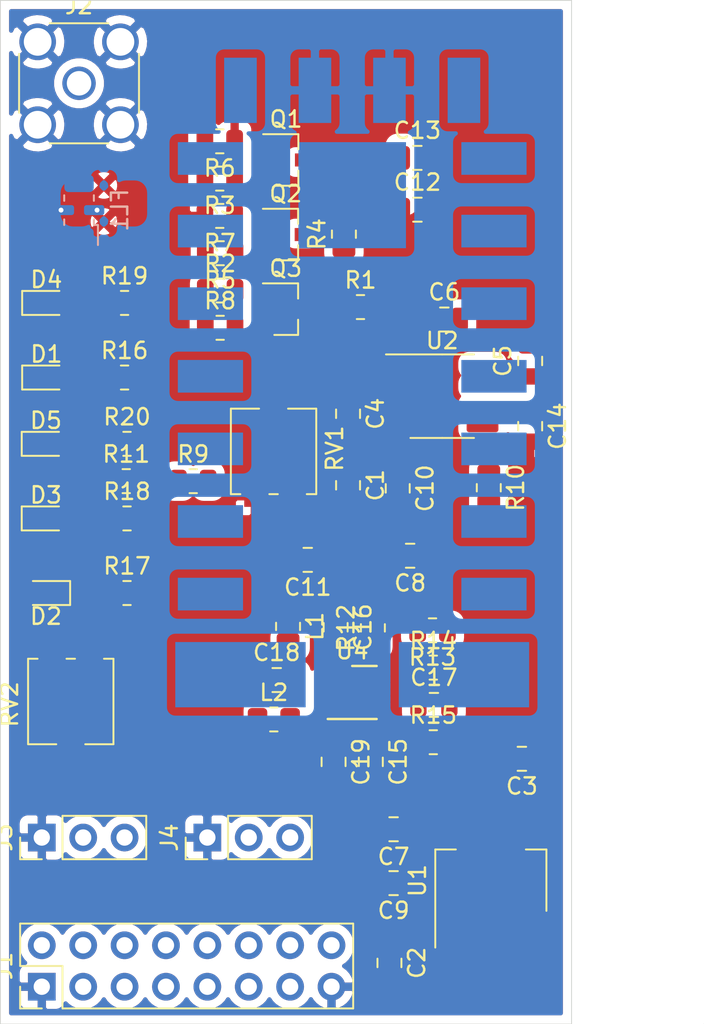
<source format=kicad_pcb>
(kicad_pcb (version 20171130) (host pcbnew "(5.1.9)-1")
  (title_block (title "TRX Module Board") (date 2021-12-18) (rev "V 1.0") (company digitalwire.ch))
  (layers (0 Front signal) (1 In1.Cu signal hide) (2 In2.Cu signal hide) (31 Back signal hide) (34 B.Paste user hide) (35 F.Paste user hide) (36 B.SilkS user hide) (37 F.SilkS user hide) (38 B.Mask user hide) (39 F.Mask user hide) (44 Edge.Cuts user))
  (net 0 "")
  (net 1 /AF_TRX)
  (net 2 "Net-(C1-Pad2)")
  (net 3 VCC)
  (net 4 GND)
  (net 5 "Net-(C4-Pad1)")
  (net 6 "Net-(C5-Pad1)")
  (net 7 "Net-(C6-Pad1)")
  (net 8 "Net-(C6-Pad2)")
  (net 9 +3V3)
  (net 10 "Net-(C8-Pad1)")
  (net 11 "Net-(C10-Pad1)")
  (net 12 /SPKR)
  (net 13 "Net-(C15-Pad1)")
  (net 14 "Net-(C15-Pad2)")
  (net 15 "Net-(C16-Pad2)")
  (net 16 "Net-(C17-Pad1)")
  (net 17 "Net-(C18-Pad1)")
  (net 18 "Net-(C19-Pad1)")
  (net 19 /MIC_TRX)
  (net 20 "Net-(FL1-Pad1)")
  (net 21 "Net-(FL1-Pad3)")
  (net 22 /MIC)
  (net 23 /-PTT)
  (net 24 /MIC_AR)
  (net 25 /MIC_GAIN)
  (net 26 /*PTT)
  (net 27 /*TXD)
  (net 28 /*RFPWR)
  (net 29 /*RXD)
  (net 30 /*SLEEP)
  (net 31 "Net-(Q1-Pad3)")
  (net 32 "Net-(Q1-Pad1)")
  (net 33 "Net-(Q2-Pad1)")
  (net 34 /-SLEEP)
  (net 35 "Net-(Q3-Pad1)")
  (net 36 "Net-(R12-Pad1)")
  (net 37 "Net-(R13-Pad1)")
  (net 38 "Net-(R15-Pad1)")
  (net 39 "Net-(U3-Pad4)")
  (net 40 "Net-(U3-Pad2)")
  (net 41 /SQ)
  (net 42 "Net-(U3-Pad13)")
  (net 43 "Net-(U3-Pad14)")
  (net 44 "Net-(U3-Pad15)")
  (net 45 "Net-(U3-Pad11)")
  (net 46 "Net-(C16-Pad1)")
  (net 47 "Net-(L2-Pad2)")
  (net 48 "Net-(D1-Pad2)")
  (net 49 "Net-(D2-Pad2)")
  (net 50 "Net-(D3-Pad2)")
  (net 51 "Net-(D4-Pad2)")
  (net 52 "Net-(D5-Pad2)")
  (net 53 /RXD)
  (module Capacitor_SMD:C_0805_2012Metric (layer Front) (at 126.746 93.98 270)
    (fp_text reference C1 (at 0 -1.68 90) (layer F.SilkS))
    (fp_text value 1uF)
    (fp_line (start -0.261252 -0.735) (end 0.261252 -0.735) (layer F.SilkS) (width 0.12))
    (fp_line (start -0.261252 0.735) (end 0.261252 0.735) (layer F.SilkS) (width 0.12))
    (pad 1 smd roundrect (at -0.95 0 270) (size 1 1.45) (layers Front F.Paste F.Mask) (net 1 /AF_TRX))
    (pad 2 smd roundrect (at 0.95 0 270) (size 1 1.45) (layers Front F.Paste F.Mask) (net 2 "Net-(C1-Pad2)"))
  )
  (module Capacitor_SMD:C_0805_2012Metric (layer Front) (at 129.286 123.256 270)
    (fp_text reference C2 (at 0 -1.68 90) (layer F.SilkS))
    (fp_text value 10uF)
    (fp_line (start -0.261252 -0.735) (end 0.261252 -0.735) (layer F.SilkS) (width 0.12))
    (fp_line (start -0.261252 0.735) (end 0.261252 0.735) (layer F.SilkS) (width 0.12))
    (pad 1 smd roundrect (at -0.95 0 270) (size 1 1.45) (layers Front F.Paste F.Mask) (net 3 VCC))
    (pad 2 smd roundrect (at 0.95 0 270) (size 1 1.45) (layers Front F.Paste F.Mask) (net 4 GND))
  )
  (module Capacitor_SMD:C_0805_2012Metric (layer Front) (at 137.414 110.744 180)
    (fp_text reference C3 (at 0 -1.68) (layer F.SilkS))
    (fp_text value 100nF)
    (fp_line (start -0.261252 -0.735) (end 0.261252 -0.735) (layer F.SilkS) (width 0.12))
    (fp_line (start -0.261252 0.735) (end 0.261252 0.735) (layer F.SilkS) (width 0.12))
    (pad 1 smd roundrect (at -0.95 0 180) (size 1 1.45) (layers Front F.Paste F.Mask) (net 3 VCC))
    (pad 2 smd roundrect (at 0.95 0 180) (size 1 1.45) (layers Front F.Paste F.Mask) (net 4 GND))
  )
  (module Capacitor_SMD:C_0805_2012Metric (layer Front) (at 126.746 89.596 270)
    (fp_text reference C4 (at 0 -1.68 90) (layer F.SilkS))
    (fp_text value 1nF)
    (fp_line (start -0.261252 -0.735) (end 0.261252 -0.735) (layer F.SilkS) (width 0.12))
    (fp_line (start -0.261252 0.735) (end 0.261252 0.735) (layer F.SilkS) (width 0.12))
    (pad 1 smd roundrect (at -0.95 0 270) (size 1 1.45) (layers Front F.Paste F.Mask) (net 5 "Net-(C4-Pad1)"))
    (pad 2 smd roundrect (at 0.95 0 270) (size 1 1.45) (layers Front F.Paste F.Mask) (net 4 GND))
  )
  (module Capacitor_SMD:C_0805_2012Metric (layer Front) (at 137.922 86.36 90)
    (fp_text reference C5 (at 0 -1.68 90) (layer F.SilkS))
    (fp_text value 10uF)
    (fp_line (start -0.261252 0.735) (end 0.261252 0.735) (layer F.SilkS) (width 0.12))
    (fp_line (start -0.261252 -0.735) (end 0.261252 -0.735) (layer F.SilkS) (width 0.12))
    (pad 2 smd roundrect (at 0.95 0 90) (size 1 1.45) (layers Front F.Paste F.Mask) (net 4 GND))
    (pad 1 smd roundrect (at -0.95 0 90) (size 1 1.45) (layers Front F.Paste F.Mask) (net 6 "Net-(C5-Pad1)"))
  )
  (module Capacitor_SMD:C_0805_2012Metric (layer Front) (at 132.654 83.82)
    (fp_text reference C6 (at 0 -1.68) (layer F.SilkS))
    (fp_text value 1uF)
    (fp_line (start -0.261252 -0.735) (end 0.261252 -0.735) (layer F.SilkS) (width 0.12))
    (fp_line (start -0.261252 0.735) (end 0.261252 0.735) (layer F.SilkS) (width 0.12))
    (pad 1 smd roundrect (at -0.95 0) (size 1 1.45) (layers Front F.Paste F.Mask) (net 7 "Net-(C6-Pad1)"))
    (pad 2 smd roundrect (at 0.95 0) (size 1 1.45) (layers Front F.Paste F.Mask) (net 8 "Net-(C6-Pad2)"))
  )
  (module Capacitor_SMD:C_0805_2012Metric (layer Front) (at 129.54 115.062 180)
    (fp_text reference C7 (at 0 -1.68) (layer F.SilkS))
    (fp_text value 10uF)
    (fp_line (start -0.261252 0.735) (end 0.261252 0.735) (layer F.SilkS) (width 0.12))
    (fp_line (start -0.261252 -0.735) (end 0.261252 -0.735) (layer F.SilkS) (width 0.12))
    (pad 2 smd roundrect (at 0.95 0 180) (size 1 1.45) (layers Front F.Paste F.Mask) (net 4 GND))
    (pad 1 smd roundrect (at -0.95 0 180) (size 1 1.45) (layers Front F.Paste F.Mask) (net 9 +3V3))
  )
  (module Capacitor_SMD:C_0805_2012Metric (layer Front) (at 130.556 98.298 180)
    (fp_text reference C8 (at 0 -1.68) (layer F.SilkS))
    (fp_text value 47nF)
    (fp_line (start -0.261252 0.735) (end 0.261252 0.735) (layer F.SilkS) (width 0.12))
    (fp_line (start -0.261252 -0.735) (end 0.261252 -0.735) (layer F.SilkS) (width 0.12))
    (pad 2 smd roundrect (at 0.95 0 180) (size 1 1.45) (layers Front F.Paste F.Mask) (net 4 GND))
    (pad 1 smd roundrect (at -0.95 0 180) (size 1 1.45) (layers Front F.Paste F.Mask) (net 10 "Net-(C8-Pad1)"))
  )
  (module Capacitor_SMD:C_0805_2012Metric (layer Front) (at 129.54 118.364 180)
    (fp_text reference C9 (at 0 -1.68) (layer F.SilkS))
    (fp_text value 100nF)
    (fp_line (start -0.261252 0.735) (end 0.261252 0.735) (layer F.SilkS) (width 0.12))
    (fp_line (start -0.261252 -0.735) (end 0.261252 -0.735) (layer F.SilkS) (width 0.12))
    (pad 2 smd roundrect (at 0.95 0 180) (size 1 1.45) (layers Front F.Paste F.Mask) (net 4 GND))
    (pad 1 smd roundrect (at -0.95 0 180) (size 1 1.45) (layers Front F.Paste F.Mask) (net 9 +3V3))
  )
  (module Capacitor_SMD:C_0805_2012Metric (layer Front) (at 129.794 94.168 270)
    (fp_text reference C10 (at 0 -1.68 90) (layer F.SilkS))
    (fp_text value 1uF)
    (fp_line (start -0.261252 -0.735) (end 0.261252 -0.735) (layer F.SilkS) (width 0.12))
    (fp_line (start -0.261252 0.735) (end 0.261252 0.735) (layer F.SilkS) (width 0.12))
    (pad 1 smd roundrect (at -0.95 0 270) (size 1 1.45) (layers Front F.Paste F.Mask) (net 11 "Net-(C10-Pad1)"))
    (pad 2 smd roundrect (at 0.95 0 270) (size 1 1.45) (layers Front F.Paste F.Mask) (net 12 /SPKR))
  )
  (module Capacitor_SMD:C_0805_2012Metric (layer Front) (at 124.272 98.552 180)
    (fp_text reference C11 (at 0 -1.68) (layer F.SilkS))
    (fp_text value 1uF)
    (fp_line (start -0.261252 -0.735) (end 0.261252 -0.735) (layer F.SilkS) (width 0.12))
    (fp_line (start -0.261252 0.735) (end 0.261252 0.735) (layer F.SilkS) (width 0.12))
    (pad 1 smd roundrect (at -0.95 0 180) (size 1 1.45) (layers Front F.Paste F.Mask) (net 9 +3V3))
    (pad 2 smd roundrect (at 0.95 0 180) (size 1 1.45) (layers Front F.Paste F.Mask) (net 4 GND))
  )
  (module Capacitor_SMD:C_0805_2012Metric (layer Front) (at 131.003 77.089)
    (fp_text reference C12 (at 0 -1.68) (layer F.SilkS))
    (fp_text value 10uF)
    (fp_line (start -0.261252 0.735) (end 0.261252 0.735) (layer F.SilkS) (width 0.12))
    (fp_line (start -0.261252 -0.735) (end 0.261252 -0.735) (layer F.SilkS) (width 0.12))
    (pad 2 smd roundrect (at 0.95 0) (size 1 1.45) (layers Front F.Paste F.Mask) (net 4 GND))
    (pad 1 smd roundrect (at -0.95 0) (size 1 1.45) (layers Front F.Paste F.Mask) (net 9 +3V3))
  )
  (module Capacitor_SMD:C_0805_2012Metric (layer Front) (at 130.998 73.914)
    (fp_text reference C13 (at 0 -1.68) (layer F.SilkS))
    (fp_text value 100nF)
    (fp_line (start -0.261252 0.735) (end 0.261252 0.735) (layer F.SilkS) (width 0.12))
    (fp_line (start -0.261252 -0.735) (end 0.261252 -0.735) (layer F.SilkS) (width 0.12))
    (pad 2 smd roundrect (at 0.95 0) (size 1 1.45) (layers Front F.Paste F.Mask) (net 4 GND))
    (pad 1 smd roundrect (at -0.95 0) (size 1 1.45) (layers Front F.Paste F.Mask) (net 9 +3V3))
  )
  (module Capacitor_SMD:C_0805_2012Metric (layer Front) (at 137.922 90.358 270)
    (fp_text reference C14 (at 0 -1.68 90) (layer F.SilkS))
    (fp_text value 10uF)
    (fp_line (start -0.261252 0.735) (end 0.261252 0.735) (layer F.SilkS) (width 0.12))
    (fp_line (start -0.261252 -0.735) (end 0.261252 -0.735) (layer F.SilkS) (width 0.12))
    (pad 2 smd roundrect (at 0.95 0 270) (size 1 1.45) (layers Front F.Paste F.Mask) (net 4 GND))
    (pad 1 smd roundrect (at -0.95 0 270) (size 1 1.45) (layers Front F.Paste F.Mask) (net 3 VCC))
  )
  (module Capacitor_SMD:C_0805_2012Metric (layer Front) (at 128.143 110.932 270)
    (fp_text reference C15 (at 0 -1.68 90) (layer F.SilkS))
    (fp_text value 100nF)
    (fp_line (start -0.261252 -0.735) (end 0.261252 -0.735) (layer F.SilkS) (width 0.12))
    (fp_line (start -0.261252 0.735) (end 0.261252 0.735) (layer F.SilkS) (width 0.12))
    (pad 1 smd roundrect (at -0.95 0 270) (size 1 1.45) (layers Front F.Paste F.Mask) (net 13 "Net-(C15-Pad1)"))
    (pad 2 smd roundrect (at 0.95 0 270) (size 1 1.45) (layers Front F.Paste F.Mask) (net 14 "Net-(C15-Pad2)"))
  )
  (module Capacitor_SMD:C_0805_2012Metric (layer Front) (at 125.984 102.682 270)
    (fp_text reference C16 (at 0 -1.68 90) (layer F.SilkS))
    (fp_text value 100nF)
    (fp_line (start -0.261252 0.735) (end 0.261252 0.735) (layer F.SilkS) (width 0.12))
    (fp_line (start -0.261252 -0.735) (end 0.261252 -0.735) (layer F.SilkS) (width 0.12))
    (pad 2 smd roundrect (at 0.95 0 270) (size 1 1.45) (layers Front F.Paste F.Mask) (net 15 "Net-(C16-Pad2)"))
    (pad 1 smd roundrect (at -0.95 0 270) (size 1 1.45) (layers Front F.Paste F.Mask) (net 46 "Net-(C16-Pad1)"))
  )
  (module Capacitor_SMD:C_0805_2012Metric (layer Front) (at 132.014 107.442)
    (fp_text reference C17 (at 0 -1.68) (layer F.SilkS))
    (fp_text value 470nF)
    (fp_line (start -0.261252 -0.735) (end 0.261252 -0.735) (layer F.SilkS) (width 0.12))
    (fp_line (start -0.261252 0.735) (end 0.261252 0.735) (layer F.SilkS) (width 0.12))
    (pad 1 smd roundrect (at -0.95 0) (size 1 1.45) (layers Front F.Paste F.Mask) (net 16 "Net-(C17-Pad1)"))
    (pad 2 smd roundrect (at 0.95 0) (size 1 1.45) (layers Front F.Paste F.Mask) (net 46 "Net-(C16-Pad1)"))
  )
  (module Capacitor_SMD:C_0805_2012Metric (layer Front) (at 122.367 105.918)
    (fp_text reference C18 (at 0 -1.68) (layer F.SilkS))
    (fp_text value 2.2uF)
    (fp_line (start -0.261252 0.735) (end 0.261252 0.735) (layer F.SilkS) (width 0.12))
    (fp_line (start -0.261252 -0.735) (end 0.261252 -0.735) (layer F.SilkS) (width 0.12))
    (pad 2 smd roundrect (at 0.95 0) (size 1 1.45) (layers Front F.Paste F.Mask) (net 46 "Net-(C16-Pad1)"))
    (pad 1 smd roundrect (at -0.95 0) (size 1 1.45) (layers Front F.Paste F.Mask) (net 17 "Net-(C18-Pad1)"))
  )
  (module Capacitor_SMD:C_0805_2012Metric (layer Front) (at 125.857 110.932 270)
    (fp_text reference C19 (at 0 -1.68 90) (layer F.SilkS))
    (fp_text value 1uF)
    (fp_line (start -0.261252 -0.735) (end 0.261252 -0.735) (layer F.SilkS) (width 0.12))
    (fp_line (start -0.261252 0.735) (end 0.261252 0.735) (layer F.SilkS) (width 0.12))
    (pad 1 smd roundrect (at -0.95 0 270) (size 1 1.45) (layers Front F.Paste F.Mask) (net 18 "Net-(C19-Pad1)"))
    (pad 2 smd roundrect (at 0.95 0 270) (size 1 1.45) (layers Front F.Paste F.Mask) (net 19 /MIC_TRX))
  )
  (module Filter:Filter_Mini-Circuits_FV1206 (layer Back) (at 110.236 77.115 90)
    (fp_text reference FL1 (at 0 2.5 270) (layer B.SilkS) (effects (justify mirror)))
    (fp_text value LFCN-160)
    (fp_line (start 0.57 0.91) (end 0.91 0.91) (layer B.SilkS) (width 0.12))
    (fp_line (start 0.57 -0.91) (end 0.91 -0.91) (layer B.SilkS) (width 0.12))
    (fp_line (start -0.91 0.91) (end -0.57 0.91) (layer B.SilkS) (width 0.12))
    (fp_line (start -0.91 -0.91) (end -0.57 -0.91) (layer B.SilkS) (width 0.12))
    (fp_line (start -0.91 0.91) (end -0.91 1.16) (layer B.SilkS) (width 0.12))
    (fp_line (start -0.91 1.16) (end -2.14 1.16) (layer B.SilkS) (width 0.12))
    (pad 1 smd roundrect (at -1.625 0 90) (size 1.04 1.8) (layers Back B.Paste B.Mask) (roundrect_rratio 0.24) (net 20 "Net-(FL1-Pad1)"))
    (pad 3 smd roundrect (at 1.625 0 90) (size 1.04 1.8) (layers Back B.Paste B.Mask) (roundrect_rratio 0.24) (net 21 "Net-(FL1-Pad3)"))
    (pad 2 smd roundrect (at 0 -0.9275 90) (size 0.61 1.245) (layers Back B.Paste B.Mask) (net 4 GND))
    (pad 4 smd roundrect (at 0 0.9275 90) (size 0.61 1.245) (layers Back B.Paste B.Mask) (net 4 GND))
    (pad 2 thru_hole circle (at 0 -1.105 90) (size 0.61 0.61) (drill 0.3) (layers *.Cu *.Mask) (net 4 GND))
    (pad 4 thru_hole circle (at 0 1.105 90) (size 0.61 0.61) (drill 0.3) (layers *.Cu *.Mask) (net 4 GND))
  )
  (module Connector_PinHeader_2.54mm:PinHeader_2x08_P2.54mm_Vertical (layer Front) (at 107.95 124.714 90)
    (fp_text reference J1 (at 1.27 -2.33 90) (layer F.SilkS))
    (fp_text value Conn_02x08_Odd_Even)
    (fp_line (start -1.33 19.11) (end 3.87 19.11) (layer F.SilkS) (width 0.12))
    (fp_line (start -1.33 1.27) (end -1.33 19.11) (layer F.SilkS) (width 0.12))
    (fp_line (start 3.87 -1.33) (end 3.87 19.11) (layer F.SilkS) (width 0.12))
    (fp_line (start -1.33 1.27) (end 1.27 1.27) (layer F.SilkS) (width 0.12))
    (fp_line (start 1.27 1.27) (end 1.27 -1.33) (layer F.SilkS) (width 0.12))
    (fp_line (start 1.27 -1.33) (end 3.87 -1.33) (layer F.SilkS) (width 0.12))
    (fp_line (start -1.33 0) (end -1.33 -1.33) (layer F.SilkS) (width 0.12))
    (fp_line (start -1.33 -1.33) (end 0 -1.33) (layer F.SilkS) (width 0.12))
    (pad 1 thru_hole rect (at 0 0 90) (size 1.7 1.7) (drill 1) (layers *.Cu *.Mask) (net 4 GND))
    (pad 2 thru_hole oval (at 2.54 0 90) (size 1.7 1.7) (drill 1) (layers *.Cu *.Mask) (net 22 /MIC))
    (pad 3 thru_hole oval (at 0 2.54 90) (size 1.7 1.7) (drill 1) (layers *.Cu *.Mask) (net 12 /SPKR))
    (pad 4 thru_hole oval (at 2.54 2.54 90) (size 1.7 1.7) (drill 1) (layers *.Cu *.Mask) (net 23 /-PTT))
    (pad 5 thru_hole oval (at 0 5.08 90) (size 1.7 1.7) (drill 1) (layers *.Cu *.Mask) (net 24 /MIC_AR))
    (pad 6 thru_hole oval (at 2.54 5.08 90) (size 1.7 1.7) (drill 1) (layers *.Cu *.Mask) (net 19 /MIC_TRX))
    (pad 7 thru_hole oval (at 0 7.62 90) (size 1.7 1.7) (drill 1) (layers *.Cu *.Mask) (net 25 /MIC_GAIN))
    (pad 8 thru_hole oval (at 2.54 7.62 90) (size 1.7 1.7) (drill 1) (layers *.Cu *.Mask) (net 9 +3V3))
    (pad 9 thru_hole oval (at 0 10.16 90) (size 1.7 1.7) (drill 1) (layers *.Cu *.Mask) (net 26 /*PTT))
    (pad 10 thru_hole oval (at 2.54 10.16 90) (size 1.7 1.7) (drill 1) (layers *.Cu *.Mask) (net 27 /*TXD))
    (pad 11 thru_hole oval (at 0 12.7 90) (size 1.7 1.7) (drill 1) (layers *.Cu *.Mask) (net 28 /*RFPWR))
    (pad 12 thru_hole oval (at 2.54 12.7 90) (size 1.7 1.7) (drill 1) (layers *.Cu *.Mask) (net 29 /*RXD))
    (pad 13 thru_hole oval (at 0 15.24 90) (size 1.7 1.7) (drill 1) (layers *.Cu *.Mask) (net 41 /SQ))
    (pad 14 thru_hole oval (at 2.54 15.24 90) (size 1.7 1.7) (drill 1) (layers *.Cu *.Mask) (net 30 /*SLEEP))
    (pad 15 thru_hole oval (at 0 17.78 90) (size 1.7 1.7) (drill 1) (layers *.Cu *.Mask) (net 4 GND))
    (pad 16 thru_hole oval (at 2.54 17.78 90) (size 1.7 1.7) (drill 1) (layers *.Cu *.Mask) (net 3 VCC))
  )
  (module Connector_Coaxial:SMA_Amphenol_132134-16_Vertical (layer Front) (at 110.236 69.342)
    (fp_text reference J2 (at 0 -4.75) (layer F.SilkS))
    (fp_text value SMA)
    (fp_line (start -3.68 -1.8) (end -3.68 1.8) (layer F.SilkS) (width 0.12))
    (fp_line (start 3.68 -1.8) (end 3.68 1.8) (layer F.SilkS) (width 0.12))
    (fp_line (start -1.8 3.68) (end 1.8 3.68) (layer F.SilkS) (width 0.12))
    (fp_line (start -1.8 -3.68) (end 1.8 -3.68) (layer F.SilkS) (width 0.12))
    (pad 1 thru_hole circle (at 0 0) (size 2.05 2.05) (drill 1.5) (layers *.Cu *.Mask) (net 21 "Net-(FL1-Pad3)"))
    (pad 2 thru_hole circle (at 2.54 2.54) (size 2.25 2.25) (drill 1.7) (layers *.Cu *.Mask) (net 4 GND))
    (pad 2 thru_hole circle (at 2.54 -2.54) (size 2.25 2.25) (drill 1.7) (layers *.Cu *.Mask) (net 4 GND))
    (pad 2 thru_hole circle (at -2.54 -2.54) (size 2.25 2.25) (drill 1.7) (layers *.Cu *.Mask) (net 4 GND))
    (pad 2 thru_hole circle (at -2.54 2.54) (size 2.25 2.25) (drill 1.7) (layers *.Cu *.Mask) (net 4 GND))
  )
  (module Connector_PinHeader_2.54mm:PinHeader_1x03_P2.54mm_Vertical (layer Front) (at 107.95 115.57 90)
    (fp_text reference J3 (at 0 -2.33 90) (layer F.SilkS))
    (fp_text value Conn_01x03)
    (fp_line (start -1.33 6.41) (end 1.33 6.41) (layer F.SilkS) (width 0.12))
    (fp_line (start -1.33 1.27) (end -1.33 6.41) (layer F.SilkS) (width 0.12))
    (fp_line (start 1.33 1.27) (end 1.33 6.41) (layer F.SilkS) (width 0.12))
    (fp_line (start -1.33 1.27) (end 1.33 1.27) (layer F.SilkS) (width 0.12))
    (fp_line (start -1.33 0) (end -1.33 -1.33) (layer F.SilkS) (width 0.12))
    (fp_line (start -1.33 -1.33) (end 0 -1.33) (layer F.SilkS) (width 0.12))
    (pad 1 thru_hole rect (at 0 0 90) (size 1.7 1.7) (drill 1) (layers *.Cu *.Mask) (net 4 GND))
    (pad 2 thru_hole oval (at 0 2.54 90) (size 1.7 1.7) (drill 1) (layers *.Cu *.Mask) (net 25 /MIC_GAIN))
    (pad 3 thru_hole oval (at 0 5.08 90) (size 1.7 1.7) (drill 1) (layers *.Cu *.Mask) (net 9 +3V3))
  )
  (module Package_TO_SOT_SMD:SOT-23 (layer Front) (at 122.936 74.041)
    (fp_text reference Q1 (at 0 -2.5) (layer F.SilkS))
    (fp_text value BSN20)
    (fp_line (start 0.76 1.58) (end -0.7 1.58) (layer F.SilkS) (width 0.12))
    (fp_line (start 0.76 -1.58) (end -1.4 -1.58) (layer F.SilkS) (width 0.12))
    (fp_line (start 0.76 -1.58) (end 0.76 -0.65) (layer F.SilkS) (width 0.12))
    (fp_line (start 0.76 1.58) (end 0.76 0.65) (layer F.SilkS) (width 0.12))
    (pad 3 smd rect (at 1 0) (size 0.9 0.8) (layers Front F.Paste F.Mask) (net 31 "Net-(Q1-Pad3)"))
    (pad 2 smd rect (at -1 0.95) (size 0.9 0.8) (layers Front F.Paste F.Mask) (net 4 GND))
    (pad 1 smd rect (at -1 -0.95) (size 0.9 0.8) (layers Front F.Paste F.Mask) (net 32 "Net-(Q1-Pad1)"))
  )
  (module Package_TO_SOT_SMD:SOT-23 (layer Front) (at 122.92 78.613)
    (fp_text reference Q2 (at 0 -2.5) (layer F.SilkS))
    (fp_text value BSN20)
    (fp_line (start 0.76 1.58) (end 0.76 0.65) (layer F.SilkS) (width 0.12))
    (fp_line (start 0.76 -1.58) (end 0.76 -0.65) (layer F.SilkS) (width 0.12))
    (fp_line (start 0.76 -1.58) (end -1.4 -1.58) (layer F.SilkS) (width 0.12))
    (fp_line (start 0.76 1.58) (end -0.7 1.58) (layer F.SilkS) (width 0.12))
    (pad 1 smd rect (at -1 -0.95) (size 0.9 0.8) (layers Front F.Paste F.Mask) (net 33 "Net-(Q2-Pad1)"))
    (pad 2 smd rect (at -1 0.95) (size 0.9 0.8) (layers Front F.Paste F.Mask) (net 4 GND))
    (pad 3 smd rect (at 1 0) (size 0.9 0.8) (layers Front F.Paste F.Mask) (net 34 /-SLEEP))
  )
  (module Package_TO_SOT_SMD:SOT-23 (layer Front) (at 122.92 83.185)
    (fp_text reference Q3 (at 0 -2.5) (layer F.SilkS))
    (fp_text value BSN20)
    (fp_line (start 0.76 1.58) (end 0.76 0.65) (layer F.SilkS) (width 0.12))
    (fp_line (start 0.76 -1.58) (end 0.76 -0.65) (layer F.SilkS) (width 0.12))
    (fp_line (start 0.76 -1.58) (end -1.4 -1.58) (layer F.SilkS) (width 0.12))
    (fp_line (start 0.76 1.58) (end -0.7 1.58) (layer F.SilkS) (width 0.12))
    (pad 1 smd rect (at -1 -0.95) (size 0.9 0.8) (layers Front F.Paste F.Mask) (net 35 "Net-(Q3-Pad1)"))
    (pad 2 smd rect (at -1 0.95) (size 0.9 0.8) (layers Front F.Paste F.Mask) (net 4 GND))
    (pad 3 smd rect (at 1 0) (size 0.9 0.8) (layers Front F.Paste F.Mask) (net 23 /-PTT))
  )
  (module Resistor_SMD:R_0805_2012Metric (layer Front) (at 127.508 83.058)
    (fp_text reference R1 (at 0 -1.65) (layer F.SilkS))
    (fp_text value 10k)
    (fp_line (start -0.227064 -0.735) (end 0.227064 -0.735) (layer F.SilkS) (width 0.12))
    (fp_line (start -0.227064 0.735) (end 0.227064 0.735) (layer F.SilkS) (width 0.12))
    (pad 1 smd roundrect (at -0.9125 0) (size 1.025 1.4) (layers Front F.Paste F.Mask) (roundrect_rratio 0.243902) (net 9 +3V3))
    (pad 2 smd roundrect (at 0.9125 0) (size 1.025 1.4) (layers Front F.Paste F.Mask) (roundrect_rratio 0.243902) (net 23 /-PTT))
  )
  (module Resistor_SMD:R_0805_2012Metric (layer Front) (at 118.8955 82.042)
    (fp_text reference R2 (at 0 -1.65) (layer F.SilkS))
    (fp_text value 100R)
    (fp_line (start -0.227064 -0.735) (end 0.227064 -0.735) (layer F.SilkS) (width 0.12))
    (fp_line (start -0.227064 0.735) (end 0.227064 0.735) (layer F.SilkS) (width 0.12))
    (pad 1 smd roundrect (at -0.9125 0) (size 1.025 1.4) (layers Front F.Paste F.Mask) (roundrect_rratio 0.243902) (net 35 "Net-(Q3-Pad1)"))
    (pad 2 smd roundrect (at 0.9125 0) (size 1.025 1.4) (layers Front F.Paste F.Mask) (roundrect_rratio 0.243902) (net 26 /*PTT))
  )
  (module Resistor_SMD:R_0805_2012Metric (layer Front) (at 118.872 75.184 180)
    (fp_text reference R3 (at 0 -1.65) (layer F.SilkS))
    (fp_text value 100R)
    (fp_line (start -0.227064 0.735) (end 0.227064 0.735) (layer F.SilkS) (width 0.12))
    (fp_line (start -0.227064 -0.735) (end 0.227064 -0.735) (layer F.SilkS) (width 0.12))
    (pad 2 smd roundrect (at 0.9125 0 180) (size 1.025 1.4) (layers Front F.Paste F.Mask) (roundrect_rratio 0.243902) (net 28 /*RFPWR))
    (pad 1 smd roundrect (at -0.9125 0 180) (size 1.025 1.4) (layers Front F.Paste F.Mask) (roundrect_rratio 0.243902) (net 32 "Net-(Q1-Pad1)"))
  )
  (module Resistor_SMD:R_0805_2012Metric (layer Front) (at 126.492 78.5895 90)
    (fp_text reference R4 (at 0 -1.65 90) (layer F.SilkS))
    (fp_text value 10k)
    (fp_line (start -0.227064 0.735) (end 0.227064 0.735) (layer F.SilkS) (width 0.12))
    (fp_line (start -0.227064 -0.735) (end 0.227064 -0.735) (layer F.SilkS) (width 0.12))
    (pad 2 smd roundrect (at 0.9125 0 90) (size 1.025 1.4) (layers Front F.Paste F.Mask) (roundrect_rratio 0.243902) (net 9 +3V3))
    (pad 1 smd roundrect (at -0.9125 0 90) (size 1.025 1.4) (layers Front F.Paste F.Mask) (roundrect_rratio 0.243902) (net 34 /-SLEEP))
  )
  (module Resistor_SMD:R_0805_2012Metric (layer Front) (at 118.8955 79.756 180)
    (fp_text reference R5 (at 0 -1.65) (layer F.SilkS))
    (fp_text value 100R)
    (fp_line (start -0.227064 -0.735) (end 0.227064 -0.735) (layer F.SilkS) (width 0.12))
    (fp_line (start -0.227064 0.735) (end 0.227064 0.735) (layer F.SilkS) (width 0.12))
    (pad 1 smd roundrect (at -0.9125 0 180) (size 1.025 1.4) (layers Front F.Paste F.Mask) (roundrect_rratio 0.243902) (net 33 "Net-(Q2-Pad1)"))
    (pad 2 smd roundrect (at 0.9125 0 180) (size 1.025 1.4) (layers Front F.Paste F.Mask) (roundrect_rratio 0.243902) (net 30 /*SLEEP))
  )
  (module Resistor_SMD:R_0805_2012Metric (layer Front) (at 118.872 72.898 180)
    (fp_text reference R6 (at 0 -1.65) (layer F.SilkS))
    (fp_text value 4k7)
    (fp_line (start -0.227064 -0.735) (end 0.227064 -0.735) (layer F.SilkS) (width 0.12))
    (fp_line (start -0.227064 0.735) (end 0.227064 0.735) (layer F.SilkS) (width 0.12))
    (pad 1 smd roundrect (at -0.9125 0 180) (size 1.025 1.4) (layers Front F.Paste F.Mask) (roundrect_rratio 0.243902) (net 32 "Net-(Q1-Pad1)"))
    (pad 2 smd roundrect (at 0.9125 0 180) (size 1.025 1.4) (layers Front F.Paste F.Mask) (roundrect_rratio 0.243902) (net 4 GND))
  )
  (module Resistor_SMD:R_0805_2012Metric (layer Front) (at 118.872 77.47 180)
    (fp_text reference R7 (at 0 -1.65) (layer F.SilkS))
    (fp_text value 4k7)
    (fp_line (start -0.227064 0.735) (end 0.227064 0.735) (layer F.SilkS) (width 0.12))
    (fp_line (start -0.227064 -0.735) (end 0.227064 -0.735) (layer F.SilkS) (width 0.12))
    (pad 2 smd roundrect (at 0.9125 0 180) (size 1.025 1.4) (layers Front F.Paste F.Mask) (roundrect_rratio 0.243902) (net 4 GND))
    (pad 1 smd roundrect (at -0.9125 0 180) (size 1.025 1.4) (layers Front F.Paste F.Mask) (roundrect_rratio 0.243902) (net 33 "Net-(Q2-Pad1)"))
  )
  (module Resistor_SMD:R_0805_2012Metric (layer Front) (at 118.8955 84.328)
    (fp_text reference R8 (at 0 -1.65) (layer F.SilkS))
    (fp_text value 4k7)
    (fp_line (start -0.227064 0.735) (end 0.227064 0.735) (layer F.SilkS) (width 0.12))
    (fp_line (start -0.227064 -0.735) (end 0.227064 -0.735) (layer F.SilkS) (width 0.12))
    (pad 2 smd roundrect (at 0.9125 0) (size 1.025 1.4) (layers Front F.Paste F.Mask) (roundrect_rratio 0.243902) (net 4 GND))
    (pad 1 smd roundrect (at -0.9125 0) (size 1.025 1.4) (layers Front F.Paste F.Mask) (roundrect_rratio 0.243902) (net 35 "Net-(Q3-Pad1)"))
  )
  (module Resistor_SMD:R_0805_2012Metric (layer Front) (at 117.2445 93.726)
    (fp_text reference R9 (at 0 -1.65) (layer F.SilkS))
    (fp_text value 2k2)
    (fp_line (start -0.227064 0.735) (end 0.227064 0.735) (layer F.SilkS) (width 0.12))
    (fp_line (start -0.227064 -0.735) (end 0.227064 -0.735) (layer F.SilkS) (width 0.12))
    (pad 2 smd roundrect (at 0.9125 0) (size 1.025 1.4) (layers Front F.Paste F.Mask) (roundrect_rratio 0.243902) (net 29 /*RXD))
    (pad 1 smd roundrect (at -0.9125 0) (size 1.025 1.4) (layers Front F.Paste F.Mask) (roundrect_rratio 0.243902) (net 53 /RXD))
  )
  (module Resistor_SMD:R_0805_2012Metric (layer Front) (at 135.382 94.1305 270)
    (fp_text reference R10 (at 0 -1.65 90) (layer F.SilkS))
    (fp_text value 10R)
    (fp_line (start -0.227064 -0.735) (end 0.227064 -0.735) (layer F.SilkS) (width 0.12))
    (fp_line (start -0.227064 0.735) (end 0.227064 0.735) (layer F.SilkS) (width 0.12))
    (pad 1 smd roundrect (at -0.9125 0 270) (size 1.025 1.4) (layers Front F.Paste F.Mask) (roundrect_rratio 0.243902) (net 11 "Net-(C10-Pad1)"))
    (pad 2 smd roundrect (at 0.9125 0 270) (size 1.025 1.4) (layers Front F.Paste F.Mask) (roundrect_rratio 0.243902) (net 10 "Net-(C8-Pad1)"))
  )
  (module Resistor_SMD:R_0805_2012Metric (layer Front) (at 113.1335 93.726)
    (fp_text reference R11 (at 0 -1.65) (layer F.SilkS))
    (fp_text value 3k3)
    (fp_line (start -0.227064 -0.735) (end 0.227064 -0.735) (layer F.SilkS) (width 0.12))
    (fp_line (start -0.227064 0.735) (end 0.227064 0.735) (layer F.SilkS) (width 0.12))
    (pad 1 smd roundrect (at -0.9125 0) (size 1.025 1.4) (layers Front F.Paste F.Mask) (roundrect_rratio 0.243902) (net 4 GND))
    (pad 2 smd roundrect (at 0.9125 0) (size 1.025 1.4) (layers Front F.Paste F.Mask) (roundrect_rratio 0.243902) (net 53 /RXD))
  )
  (module Resistor_SMD:R_0805_2012Metric (layer Front) (at 128.27 102.7195 90)
    (fp_text reference R12 (at 0 -1.65 90) (layer F.SilkS))
    (fp_text value 100k)
    (fp_line (start -0.227064 -0.735) (end 0.227064 -0.735) (layer F.SilkS) (width 0.12))
    (fp_line (start -0.227064 0.735) (end 0.227064 0.735) (layer F.SilkS) (width 0.12))
    (pad 1 smd roundrect (at -0.9125 0 90) (size 1.025 1.4) (layers Front F.Paste F.Mask) (roundrect_rratio 0.243902) (net 36 "Net-(R12-Pad1)"))
    (pad 2 smd roundrect (at 0.9125 0 90) (size 1.025 1.4) (layers Front F.Paste F.Mask) (roundrect_rratio 0.243902) (net 46 "Net-(C16-Pad1)"))
  )
  (module Resistor_SMD:R_0805_2012Metric (layer Front) (at 131.9295 102.87 180)
    (fp_text reference R13 (at 0 -1.65) (layer F.SilkS))
    (fp_text value 150k)
    (fp_line (start -0.227064 -0.735) (end 0.227064 -0.735) (layer F.SilkS) (width 0.12))
    (fp_line (start -0.227064 0.735) (end 0.227064 0.735) (layer F.SilkS) (width 0.12))
    (pad 1 smd roundrect (at -0.9125 0 180) (size 1.025 1.4) (layers Front F.Paste F.Mask) (roundrect_rratio 0.243902) (net 37 "Net-(R13-Pad1)"))
    (pad 2 smd roundrect (at 0.9125 0 180) (size 1.025 1.4) (layers Front F.Paste F.Mask) (roundrect_rratio 0.243902) (net 36 "Net-(R12-Pad1)"))
  )
  (module Resistor_SMD:R_0805_2012Metric (layer Front) (at 131.9765 105.156)
    (fp_text reference R14 (at 0 -1.65) (layer F.SilkS))
    (fp_text value "#2.2k")
    (fp_line (start -0.227064 0.735) (end 0.227064 0.735) (layer F.SilkS) (width 0.12))
    (fp_line (start -0.227064 -0.735) (end 0.227064 -0.735) (layer F.SilkS) (width 0.12))
    (pad 2 smd roundrect (at 0.9125 0) (size 1.025 1.4) (layers Front F.Paste F.Mask) (roundrect_rratio 0.243902) (net 22 /MIC))
    (pad 1 smd roundrect (at -0.9125 0) (size 1.025 1.4) (layers Front F.Paste F.Mask) (roundrect_rratio 0.243902) (net 37 "Net-(R13-Pad1)"))
  )
  (module Resistor_SMD:R_0805_2012Metric (layer Front) (at 131.9765 109.728)
    (fp_text reference R15 (at 0 -1.65) (layer F.SilkS))
    (fp_text value 1k)
    (fp_line (start -0.227064 0.735) (end 0.227064 0.735) (layer F.SilkS) (width 0.12))
    (fp_line (start -0.227064 -0.735) (end 0.227064 -0.735) (layer F.SilkS) (width 0.12))
    (pad 2 smd roundrect (at 0.9125 0) (size 1.025 1.4) (layers Front F.Paste F.Mask) (roundrect_rratio 0.243902) (net 25 /MIC_GAIN))
    (pad 1 smd roundrect (at -0.9125 0) (size 1.025 1.4) (layers Front F.Paste F.Mask) (roundrect_rratio 0.243902) (net 38 "Net-(R15-Pad1)"))
  )
  (module Package_TO_SOT_SMD:SOT-223-3_TabPin2 (layer Front) (at 135.509 118.212 90)
    (fp_text reference U1 (at 0 -4.5 90) (layer F.SilkS))
    (fp_text value AP1117-33)
    (fp_line (start 1.91 3.41) (end 1.91 2.15) (layer F.SilkS) (width 0.12))
    (fp_line (start 1.91 -3.41) (end 1.91 -2.15) (layer F.SilkS) (width 0.12))
    (fp_line (start -1.85 3.41) (end 1.91 3.41) (layer F.SilkS) (width 0.12))
    (fp_line (start -4.1 -3.41) (end 1.91 -3.41) (layer F.SilkS) (width 0.12))
    (pad 2 smd rect (at 3.15 0 90) (size 2 3.8) (layers Front F.Paste F.Mask) (net 9 +3V3))
    (pad 2 smd rect (at -3.15 0 90) (size 2 1.5) (layers Front F.Paste F.Mask) (net 9 +3V3))
    (pad 3 smd rect (at -3.15 2.3 90) (size 2 1.5) (layers Front F.Paste F.Mask) (net 3 VCC))
    (pad 1 smd rect (at -3.15 -2.3 90) (size 2 1.5) (layers Front F.Paste F.Mask) (net 4 GND))
  )
  (module Package_SO:SOIC-8_3.9x4.9mm_P1.27mm (layer Front) (at 132.523 88.519)
    (fp_text reference U2 (at 0 -3.4) (layer F.SilkS))
    (fp_text value LM386)
    (fp_line (start 0 2.56) (end 1.95 2.56) (layer F.SilkS) (width 0.12))
    (fp_line (start 0 2.56) (end -1.95 2.56) (layer F.SilkS) (width 0.12))
    (fp_line (start 0 -2.56) (end 1.95 -2.56) (layer F.SilkS) (width 0.12))
    (fp_line (start 0 -2.56) (end -3.45 -2.56) (layer F.SilkS) (width 0.12))
    (pad 1 smd roundrect (at -2.475 -1.905) (size 1.95 0.6) (layers Front F.Paste F.Mask) (net 7 "Net-(C6-Pad1)"))
    (pad 2 smd roundrect (at -2.475 -0.635) (size 1.95 0.6) (layers Front F.Paste F.Mask) (net 4 GND))
    (pad 3 smd roundrect (at -2.475 0.635) (size 1.95 0.6) (layers Front F.Paste F.Mask) (net 5 "Net-(C4-Pad1)"))
    (pad 4 smd roundrect (at -2.475 1.905) (size 1.95 0.6) (layers Front F.Paste F.Mask) (net 4 GND))
    (pad 5 smd roundrect (at 2.475 1.905) (size 1.95 0.6) (layers Front F.Paste F.Mask) (net 11 "Net-(C10-Pad1)"))
    (pad 6 smd roundrect (at 2.475 0.635) (size 1.95 0.6) (layers Front F.Paste F.Mask) (net 3 VCC))
    (pad 7 smd roundrect (at 2.475 -0.635) (size 1.95 0.6) (layers Front F.Paste F.Mask) (net 6 "Net-(C5-Pad1)"))
    (pad 8 smd roundrect (at 2.475 -1.905) (size 1.95 0.6) (layers Front F.Paste F.Mask) (net 8 "Net-(C6-Pad2)"))
  )
  (module _DW_RFModules:DRA818 (layer Back) (at 127 87.3 90)
    (fp_text reference U3 hide)
    (fp_text value DRA818U hide)
    (pad 7 smd rect (at 13.35 8.7 90) (size 2 4) (layers Back B.Paste B.Mask) (net 31 "Net-(Q1-Pad3)"))
    (pad 6 smd rect (at 8.9 8.7 90) (size 2 4) (layers Back B.Paste B.Mask) (net 34 /-SLEEP))
    (pad 5 smd rect (at 4.45 8.7 90) (size 2 4) (layers Back B.Paste B.Mask) (net 23 /-PTT))
    (pad 4 smd rect (at 0 8.7 90) (size 2 4) (layers Back B.Paste B.Mask) (net 39 "Net-(U3-Pad4)"))
    (pad 3 smd rect (at -4.45 8.7 90) (size 2 4) (layers Back B.Paste B.Mask) (net 1 /AF_TRX))
    (pad 2 smd rect (at -8.9 8.7 90) (size 2 4) (layers Back B.Paste B.Mask) (net 40 "Net-(U3-Pad2)"))
    (pad 1 smd rect (at -13.35 8.7 90) (size 2 4) (layers Back B.Paste B.Mask) (net 41 /SQ))
    (pad 12 smd rect (at 13.35 -8.7 90) (size 2 4) (layers Back B.Paste B.Mask) (net 20 "Net-(FL1-Pad1)"))
    (pad 13 smd rect (at 8.9 -8.7 90) (size 2 4) (layers Back B.Paste B.Mask) (net 42 "Net-(U3-Pad13)"))
    (pad 14 smd rect (at 4.45 -8.7 90) (size 2 4) (layers Back B.Paste B.Mask) (net 43 "Net-(U3-Pad14)"))
    (pad 15 smd rect (at 0 -8.7 90) (size 2 4) (layers Back B.Paste B.Mask) (net 44 "Net-(U3-Pad15)"))
    (pad 16 smd rect (at -4.45 -8.7 90) (size 2 4) (layers Back B.Paste B.Mask) (net 53 /RXD))
    (pad 17 smd rect (at -8.9 -8.7 90) (size 2 4) (layers Back B.Paste B.Mask) (net 27 /*TXD))
    (pad 18 smd rect (at -13.35 -8.7 90) (size 2 4) (layers Back B.Paste B.Mask) (net 19 /MIC_TRX))
    (pad 8 smd rect (at 17.526 6.858) (size 2 4) (layers Back B.Paste B.Mask) (net 9 +3V3))
    (pad 9 smd rect (at 17.526 2.286) (size 2 4) (layers Back B.Paste B.Mask) (net 4 GND))
    (pad 10 smd rect (at 17.526 -2.286) (size 2 4) (layers Back B.Paste B.Mask) (net 4 GND))
    (pad 11 smd rect (at 17.526 -6.858) (size 2 4) (layers Back B.Paste B.Mask) (net 45 "Net-(U3-Pad11)"))
    (pad P2 smd rect (at -18.288 6.858 90) (size 4 8) (layers Back B.Paste B.Mask))
    (pad P3 smd rect (at -18.288 -6.858 90) (size 4 8) (layers Back B.Paste B.Mask))
    (pad P1 smd rect (at 11.1 0 90) (size 6.5 6.6) (layers Back B.Paste B.Mask))
  )
  (module Package_DFN_QFN:DFN-14-1EP_3x3mm_P0.4mm_EP1.78x2.35mm (layer Front) (at 127 106.68)
    (fp_text reference U4 (at 0 -2.55) (layer F.SilkS))
    (fp_text value MAX9814)
    (fp_line (start 0 -1.625) (end 1.5 -1.625) (layer F.SilkS) (width 0.15))
    (fp_line (start -1.5 1.625) (end 1.5 1.625) (layer F.SilkS) (width 0.15))
    (pad 14 smd rect (at 1.475 -1.2) (size 0.7 0.25) (layers Front F.Paste F.Mask) (net 36 "Net-(R12-Pad1)"))
    (pad 13 smd rect (at 1.475 -0.8) (size 0.7 0.25) (layers Front F.Paste F.Mask) (net 37 "Net-(R13-Pad1)"))
    (pad 12 smd rect (at 1.475 -0.4) (size 0.7 0.25) (layers Front F.Paste F.Mask) (net 16 "Net-(C17-Pad1)"))
    (pad 11 smd rect (at 1.475 0) (size 0.7 0.25) (layers Front F.Paste F.Mask) (net 46 "Net-(C16-Pad1)"))
    (pad 10 smd rect (at 1.475 0.4) (size 0.7 0.25) (layers Front F.Paste F.Mask) (net 38 "Net-(R15-Pad1)"))
    (pad 9 smd rect (at 1.475 0.8) (size 0.7 0.25) (layers Front F.Paste F.Mask) (net 24 /MIC_AR))
    (pad 6 smd rect (at -1.475 0.8) (size 0.7 0.25) (layers Front F.Paste F.Mask) (net 18 "Net-(C19-Pad1)"))
    (pad 5 smd rect (at -1.475 0.4) (size 0.7 0.25) (layers Front F.Paste F.Mask) (net 47 "Net-(L2-Pad2)"))
    (pad 4 smd rect (at -1.475 0) (size 0.7 0.25) (layers Front F.Paste F.Mask) (net 46 "Net-(C16-Pad1)"))
    (pad 3 smd rect (at -1.475 -0.4) (size 0.7 0.25) (layers Front F.Paste F.Mask) (net 17 "Net-(C18-Pad1)"))
    (pad 2 smd rect (at -1.475 -0.8) (size 0.7 0.25) (layers Front F.Paste F.Mask) (net 34 /-SLEEP))
    (pad 1 smd rect (at -1.475 -1.2) (size 0.7 0.25) (layers Front F.Paste F.Mask) (net 15 "Net-(C16-Pad2)"))
    (pad 7 smd rect (at -1.475 1.2) (size 0.7 0.25) (layers Front F.Paste F.Mask) (net 46 "Net-(C16-Pad1)"))
    (pad 8 smd rect (at 1.475 1.2) (size 0.7 0.25) (layers Front F.Paste F.Mask) (net 13 "Net-(C15-Pad1)"))
    (pad 15 smd rect (at 0 0) (size 1.78 2.35) (layers Front F.Mask) (net 46 "Net-(C16-Pad1)"))
  )
  (module Connector_PinHeader_2.54mm:PinHeader_1x03_P2.54mm_Vertical (layer Front) (at 118.11 115.57 90)
    (fp_text reference J4 (at 0 -2.33 90) (layer F.SilkS))
    (fp_text value Conn_01x03)
    (fp_line (start -1.33 -1.33) (end 0 -1.33) (layer F.SilkS) (width 0.12))
    (fp_line (start -1.33 0) (end -1.33 -1.33) (layer F.SilkS) (width 0.12))
    (fp_line (start -1.33 1.27) (end 1.33 1.27) (layer F.SilkS) (width 0.12))
    (fp_line (start 1.33 1.27) (end 1.33 6.41) (layer F.SilkS) (width 0.12))
    (fp_line (start -1.33 1.27) (end -1.33 6.41) (layer F.SilkS) (width 0.12))
    (fp_line (start -1.33 6.41) (end 1.33 6.41) (layer F.SilkS) (width 0.12))
    (pad 1 thru_hole rect (at 0 0 90) (size 1.7 1.7) (drill 1) (layers *.Cu *.Mask) (net 4 GND))
    (pad 2 thru_hole oval (at 0 2.54 90) (size 1.7 1.7) (drill 1) (layers *.Cu *.Mask) (net 24 /MIC_AR))
    (pad 3 thru_hole oval (at 0 5.08 90) (size 1.7 1.7) (drill 1) (layers *.Cu *.Mask) (net 9 +3V3))
  )
  (module Resistor_SMD:R_0805_2012Metric_Pad1.20x1.40mm_HandSolder (layer Front) (at 123.063 102.632 270)
    (fp_text reference L1 (at 0 -1.65 90) (layer F.SilkS))
    (fp_text value Ferrit)
    (fp_line (start -0.227064 0.735) (end 0.227064 0.735) (layer F.SilkS) (width 0.12))
    (fp_line (start -0.227064 -0.735) (end 0.227064 -0.735) (layer F.SilkS) (width 0.12))
    (pad 1 smd roundrect (at -1 0 270) (size 1.2 1.4) (layers Front F.Paste F.Mask) (roundrect_rratio 0.208333) (net 4 GND))
    (pad 2 smd roundrect (at 1 0 270) (size 1.2 1.4) (layers Front F.Paste F.Mask) (roundrect_rratio 0.208333) (net 46 "Net-(C16-Pad1)"))
  )
  (module Resistor_SMD:R_0805_2012Metric_Pad1.20x1.40mm_HandSolder (layer Front) (at 122.19 108.331)
    (fp_text reference L2 (at 0 -1.65) (layer F.SilkS))
    (fp_text value Ferrit)
    (fp_line (start -0.227064 -0.735) (end 0.227064 -0.735) (layer F.SilkS) (width 0.12))
    (fp_line (start -0.227064 0.735) (end 0.227064 0.735) (layer F.SilkS) (width 0.12))
    (pad 2 smd roundrect (at 1 0) (size 1.2 1.4) (layers Front F.Paste F.Mask) (roundrect_rratio 0.208333) (net 47 "Net-(L2-Pad2)"))
    (pad 1 smd roundrect (at -1 0) (size 1.2 1.4) (layers Front F.Paste F.Mask) (roundrect_rratio 0.208333) (net 9 +3V3))
  )
  (module Potentiometer_SMD:Potentiometer_Vishay_TS53YL_Vertical (layer Front) (at 122.174 91.904 270)
    (fp_text reference RV1 (at -0.175 -3.75 90) (layer F.SilkS))
    (fp_text value 10k)
    (fp_line (start -2.62 -2.62) (end 2.62 -2.62) (layer F.SilkS) (width 0.12))
    (fp_line (start -2.62 2.62) (end 2.62 2.62) (layer F.SilkS) (width 0.12))
    (fp_line (start -2.62 -2.62) (end -2.62 -0.89) (layer F.SilkS) (width 0.12))
    (fp_line (start -2.62 0.89) (end -2.62 2.62) (layer F.SilkS) (width 0.12))
    (fp_line (start 2.62 -2.62) (end 2.62 -2.039) (layer F.SilkS) (width 0.12))
    (fp_line (start 2.62 -0.26) (end 2.62 0.26) (layer F.SilkS) (width 0.12))
    (fp_line (start 2.62 2.04) (end 2.62 2.62) (layer F.SilkS) (width 0.12))
    (pad 3 smd rect (at 2.75 1.15 270) (size 1.3 1.3) (layers Front F.Paste F.Mask) (net 4 GND))
    (pad 2 smd rect (at -2.75 0 270) (size 2 1.3) (layers Front F.Paste F.Mask) (net 5 "Net-(C4-Pad1)"))
    (pad 1 smd rect (at 2.75 -1.15 270) (size 1.3 1.3) (layers Front F.Paste F.Mask) (net 2 "Net-(C1-Pad2)"))
  )
  (module Potentiometer_SMD:Potentiometer_Vishay_TS53YL_Vertical (layer Front) (at 109.728 107.232 90)
    (fp_text reference RV2 (at -0.175 -3.75 90) (layer F.SilkS))
    (fp_text value 10k)
    (fp_line (start 2.62 2.04) (end 2.62 2.62) (layer F.SilkS) (width 0.12))
    (fp_line (start 2.62 -0.26) (end 2.62 0.26) (layer F.SilkS) (width 0.12))
    (fp_line (start 2.62 -2.62) (end 2.62 -2.039) (layer F.SilkS) (width 0.12))
    (fp_line (start -2.62 0.89) (end -2.62 2.62) (layer F.SilkS) (width 0.12))
    (fp_line (start -2.62 -2.62) (end -2.62 -0.89) (layer F.SilkS) (width 0.12))
    (fp_line (start -2.62 2.62) (end 2.62 2.62) (layer F.SilkS) (width 0.12))
    (fp_line (start -2.62 -2.62) (end 2.62 -2.62) (layer F.SilkS) (width 0.12))
    (pad 1 smd rect (at 2.75 -1.15 90) (size 1.3 1.3) (layers Front F.Paste F.Mask) (net 22 /MIC))
    (pad 2 smd rect (at -2.75 0 90) (size 2 1.3) (layers Front F.Paste F.Mask) (net 14 "Net-(C15-Pad2)"))
    (pad 3 smd rect (at 2.75 1.15 90) (size 1.3 1.3) (layers Front F.Paste F.Mask) (net 46 "Net-(C16-Pad1)"))
  )
  (module LED_SMD:LED_0603_1608Metric (layer Front) (at 108.2295 87.376)
    (fp_text reference D1 (at 0 -1.43) (layer F.SilkS))
    (fp_text value RED)
    (fp_line (start -1.485 0.735) (end 0.8 0.735) (layer F.SilkS) (width 0.12))
    (fp_line (start -1.485 -0.735) (end -1.485 0.735) (layer F.SilkS) (width 0.12))
    (fp_line (start 0.8 -0.735) (end -1.485 -0.735) (layer F.SilkS) (width 0.12))
    (pad 2 smd roundrect (at 0.7875 0) (size 0.875 0.95) (layers Front F.Paste F.Mask) (net 48 "Net-(D1-Pad2)"))
    (pad 1 smd roundrect (at -0.7875 0) (size 0.875 0.95) (layers Front F.Paste F.Mask) (net 53 /RXD))
  )
  (module LED_SMD:LED_0603_1608Metric (layer Front) (at 108.204 100.584 180)
    (fp_text reference D2 (at 0 -1.43) (layer F.SilkS))
    (fp_text value RED)
    (fp_line (start 0.8 -0.735) (end -1.485 -0.735) (layer F.SilkS) (width 0.12))
    (fp_line (start -1.485 -0.735) (end -1.485 0.735) (layer F.SilkS) (width 0.12))
    (fp_line (start -1.485 0.735) (end 0.8 0.735) (layer F.SilkS) (width 0.12))
    (pad 1 smd roundrect (at -0.7875 0 180) (size 0.875 0.95) (layers Front F.Paste F.Mask) (net 27 /*TXD))
    (pad 2 smd roundrect (at 0.7875 0 180) (size 0.875 0.95) (layers Front F.Paste F.Mask) (net 49 "Net-(D2-Pad2)"))
  )
  (module LED_SMD:LED_0603_1608Metric (layer Front) (at 108.204 96.012)
    (fp_text reference D3 (at 0 -1.43) (layer F.SilkS))
    (fp_text value RED)
    (fp_line (start -1.485 0.735) (end 0.8 0.735) (layer F.SilkS) (width 0.12))
    (fp_line (start -1.485 -0.735) (end -1.485 0.735) (layer F.SilkS) (width 0.12))
    (fp_line (start 0.8 -0.735) (end -1.485 -0.735) (layer F.SilkS) (width 0.12))
    (pad 2 smd roundrect (at 0.7875 0) (size 0.875 0.95) (layers Front F.Paste F.Mask) (net 50 "Net-(D3-Pad2)"))
    (pad 1 smd roundrect (at -0.7875 0) (size 0.875 0.95) (layers Front F.Paste F.Mask) (net 23 /-PTT))
  )
  (module LED_SMD:LED_0603_1608Metric (layer Front) (at 108.2295 82.804)
    (fp_text reference D4 (at 0 -1.43) (layer F.SilkS))
    (fp_text value YELLOW)
    (fp_line (start 0.8 -0.735) (end -1.485 -0.735) (layer F.SilkS) (width 0.12))
    (fp_line (start -1.485 -0.735) (end -1.485 0.735) (layer F.SilkS) (width 0.12))
    (fp_line (start -1.485 0.735) (end 0.8 0.735) (layer F.SilkS) (width 0.12))
    (pad 1 smd roundrect (at -0.7875 0) (size 0.875 0.95) (layers Front F.Paste F.Mask) (net 41 /SQ))
    (pad 2 smd roundrect (at 0.7875 0) (size 0.875 0.95) (layers Front F.Paste F.Mask) (net 51 "Net-(D4-Pad2)"))
  )
  (module LED_SMD:LED_0603_1608Metric (layer Front) (at 108.204 91.44)
    (fp_text reference D5 (at 0 -1.43) (layer F.SilkS))
    (fp_text value BLUE)
    (fp_line (start 0.8 -0.735) (end -1.485 -0.735) (layer F.SilkS) (width 0.12))
    (fp_line (start -1.485 -0.735) (end -1.485 0.735) (layer F.SilkS) (width 0.12))
    (fp_line (start -1.485 0.735) (end 0.8 0.735) (layer F.SilkS) (width 0.12))
    (pad 1 smd roundrect (at -0.7875 0) (size 0.875 0.95) (layers Front F.Paste F.Mask) (net 4 GND))
    (pad 2 smd roundrect (at 0.7875 0) (size 0.875 0.95) (layers Front F.Paste F.Mask) (net 52 "Net-(D5-Pad2)"))
  )
  (module Resistor_SMD:R_0805_2012Metric (layer Front) (at 113.03 87.376)
    (fp_text reference R16 (at 0 -1.65) (layer F.SilkS))
    (fp_text value 1k)
    (fp_line (start -0.227064 0.735) (end 0.227064 0.735) (layer F.SilkS) (width 0.12))
    (fp_line (start -0.227064 -0.735) (end 0.227064 -0.735) (layer F.SilkS) (width 0.12))
    (pad 2 smd roundrect (at 0.9125 0) (size 1.025 1.4) (layers Front F.Paste F.Mask) (roundrect_rratio 0.243902) (net 9 +3V3))
    (pad 1 smd roundrect (at -0.9125 0) (size 1.025 1.4) (layers Front F.Paste F.Mask) (roundrect_rratio 0.243902) (net 48 "Net-(D1-Pad2)"))
  )
  (module Resistor_SMD:R_0805_2012Metric (layer Front) (at 113.1805 100.584)
    (fp_text reference R17 (at 0 -1.65) (layer F.SilkS))
    (fp_text value 1k)
    (fp_line (start -0.227064 -0.735) (end 0.227064 -0.735) (layer F.SilkS) (width 0.12))
    (fp_line (start -0.227064 0.735) (end 0.227064 0.735) (layer F.SilkS) (width 0.12))
    (pad 1 smd roundrect (at -0.9125 0) (size 1.025 1.4) (layers Front F.Paste F.Mask) (roundrect_rratio 0.243902) (net 49 "Net-(D2-Pad2)"))
    (pad 2 smd roundrect (at 0.9125 0) (size 1.025 1.4) (layers Front F.Paste F.Mask) (roundrect_rratio 0.243902) (net 9 +3V3))
  )
  (module Resistor_SMD:R_0805_2012Metric (layer Front) (at 113.1805 96.012)
    (fp_text reference R18 (at 0 -1.65) (layer F.SilkS))
    (fp_text value 1k)
    (fp_line (start -0.227064 -0.735) (end 0.227064 -0.735) (layer F.SilkS) (width 0.12))
    (fp_line (start -0.227064 0.735) (end 0.227064 0.735) (layer F.SilkS) (width 0.12))
    (pad 1 smd roundrect (at -0.9125 0) (size 1.025 1.4) (layers Front F.Paste F.Mask) (roundrect_rratio 0.243902) (net 50 "Net-(D3-Pad2)"))
    (pad 2 smd roundrect (at 0.9125 0) (size 1.025 1.4) (layers Front F.Paste F.Mask) (roundrect_rratio 0.243902) (net 9 +3V3))
  )
  (module Resistor_SMD:R_0805_2012Metric (layer Front) (at 113.03 82.804)
    (fp_text reference R19 (at 0 -1.65) (layer F.SilkS))
    (fp_text value 1k)
    (fp_line (start -0.227064 -0.735) (end 0.227064 -0.735) (layer F.SilkS) (width 0.12))
    (fp_line (start -0.227064 0.735) (end 0.227064 0.735) (layer F.SilkS) (width 0.12))
    (pad 1 smd roundrect (at -0.9125 0) (size 1.025 1.4) (layers Front F.Paste F.Mask) (roundrect_rratio 0.243902) (net 51 "Net-(D4-Pad2)"))
    (pad 2 smd roundrect (at 0.9125 0) (size 1.025 1.4) (layers Front F.Paste F.Mask) (roundrect_rratio 0.243902) (net 9 +3V3))
  )
  (module Resistor_SMD:R_0805_2012Metric (layer Front) (at 113.1805 91.44)
    (fp_text reference R20 (at 0 -1.65) (layer F.SilkS))
    (fp_text value 1k)
    (fp_line (start -0.227064 0.735) (end 0.227064 0.735) (layer F.SilkS) (width 0.12))
    (fp_line (start -0.227064 -0.735) (end 0.227064 -0.735) (layer F.SilkS) (width 0.12))
    (pad 2 smd roundrect (at 0.9125 0) (size 1.025 1.4) (layers Front F.Paste F.Mask) (roundrect_rratio 0.243902) (net 9 +3V3))
    (pad 1 smd roundrect (at -0.9125 0) (size 1.025 1.4) (layers Front F.Paste F.Mask) (roundrect_rratio 0.243902) (net 52 "Net-(D5-Pad2)"))
  )
  (gr_line (start 148.59 127) (end 148.59 127) (layer Edge.Cuts) (width 0.05))
  (gr_line (start 140.462 64.262) (end 140.462 127) (layer Edge.Cuts) (width 0.05))
  (gr_line (start 105.41 127) (end 105.41 64.262) (layer Edge.Cuts) (width 0.05))
  (gr_line (start 140.462 127) (end 105.41 127) (layer Edge.Cuts) (width 0.05))
  (gr_line (start 105.41 64.262) (end 140.462 64.262) (layer Edge.Cuts) (width 0.05))
  (zone (net 4) (net_name GND) (layer Back) (connect_pads (clearance 0.508)) (min_thickness 0.254) (fill yes (arc_segments 32) (thermal_gap 0.508) (thermal_bridge_width 0.508))
    (polygon (pts (xy 140.462 127) (xy 105.41 127) (xy 105.41 64.262) (xy 140.462 64.262)))
  )
  (zone (net 4) (net_name GND) (layer Front) (connect_pads (clearance 0.508)) (min_thickness 0.254) (fill yes (arc_segments 32) (thermal_gap 0.508) (thermal_bridge_width 0.508))
    (polygon (pts (xy 140.462 127) (xy 105.41 127) (xy 105.41 64.262) (xy 140.462 64.262)))
  )
)
</source>
